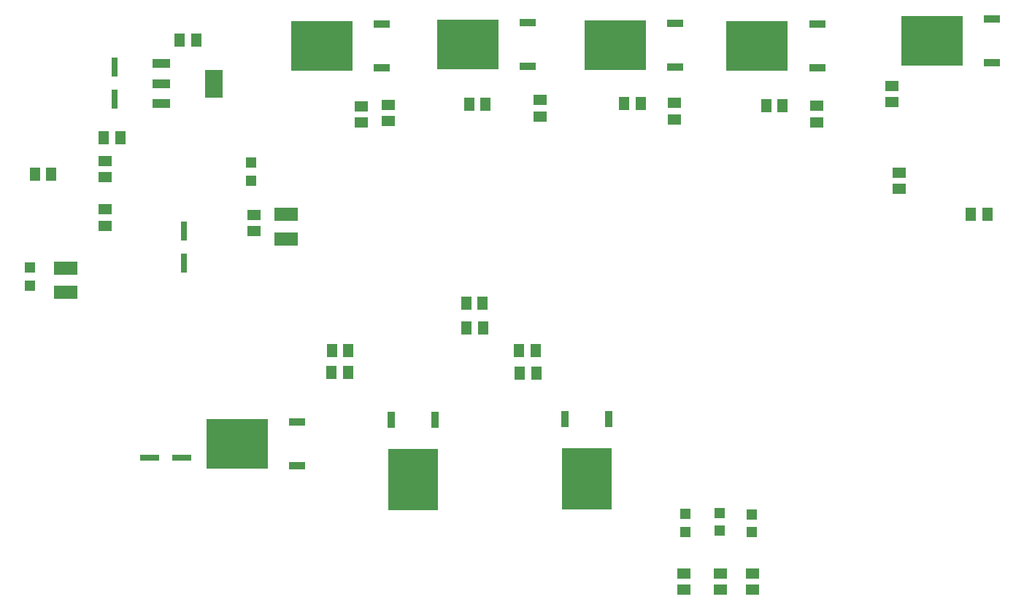
<source format=gbr>
G04 EAGLE Gerber X2 export*
%TF.Part,Single*%
%TF.FileFunction,Paste,Top*%
%TF.FilePolarity,Positive*%
%TF.GenerationSoftware,Autodesk,EAGLE,9.1.3*%
%TF.CreationDate,2019-02-26T23:33:37Z*%
G75*
%MOMM*%
%FSLAX34Y34*%
%LPD*%
%AMOC8*
5,1,8,0,0,1.08239X$1,22.5*%
G01*
%ADD10R,0.965000X1.858000*%
%ADD11R,5.873600X7.082900*%
%ADD12R,1.858000X0.965000*%
%ADD13R,7.082900X5.873600*%
%ADD14R,1.500000X1.300000*%
%ADD15R,2.200000X0.650000*%
%ADD16R,1.300000X1.500000*%
%ADD17R,0.650000X2.200000*%
%ADD18R,1.200000X1.200000*%
%ADD19R,2.700000X1.600000*%
%ADD20R,2.024500X1.034200*%
%ADD21R,2.024500X3.334200*%


D10*
X591940Y737555D03*
X541140Y737555D03*
D11*
X566540Y667730D03*
D10*
X792820Y738435D03*
X742020Y738435D03*
D11*
X767420Y668610D03*
D12*
X1237915Y1152520D03*
X1237915Y1203320D03*
D13*
X1168090Y1177920D03*
D14*
X381436Y975566D03*
X381436Y956566D03*
D15*
X260880Y693260D03*
X297880Y693260D03*
D12*
X529992Y1146320D03*
X529992Y1197120D03*
D13*
X460167Y1171720D03*
D12*
X699335Y1148120D03*
X699335Y1198920D03*
D13*
X629510Y1173520D03*
D12*
X870435Y1147120D03*
X870435Y1197920D03*
D13*
X800610Y1172520D03*
D16*
X690100Y791300D03*
X709100Y791300D03*
D14*
X208840Y981870D03*
X208840Y962870D03*
D16*
X708200Y817680D03*
X689200Y817680D03*
X628200Y844300D03*
X647200Y844300D03*
X472290Y817600D03*
X491290Y817600D03*
X811200Y1104500D03*
X830200Y1104500D03*
X976060Y1102330D03*
X995060Y1102330D03*
X647060Y872600D03*
X628060Y872600D03*
D14*
X1034350Y1083120D03*
X1034350Y1102120D03*
X869740Y1086260D03*
X869740Y1105260D03*
D16*
X490900Y792000D03*
X471900Y792000D03*
D14*
X537920Y1103078D03*
X537920Y1084078D03*
X713292Y1108872D03*
X713292Y1089872D03*
X1121910Y1125240D03*
X1121910Y1106240D03*
D12*
X1035175Y1146520D03*
X1035175Y1197320D03*
D13*
X965350Y1171920D03*
D12*
X431675Y683590D03*
X431675Y734390D03*
D13*
X361850Y708990D03*
D16*
X226680Y1064560D03*
X207680Y1064560D03*
D14*
X208630Y1038070D03*
X208630Y1019070D03*
D17*
X300170Y956340D03*
X300170Y919340D03*
D18*
X121400Y914300D03*
X121400Y893300D03*
D14*
X506600Y1082500D03*
X506600Y1101500D03*
D16*
X631100Y1104000D03*
X650100Y1104000D03*
D19*
X163600Y913600D03*
X163600Y885600D03*
D18*
X378600Y1015300D03*
X378600Y1036300D03*
D19*
X418816Y975648D03*
X418816Y947648D03*
D18*
X882000Y607100D03*
X882000Y628100D03*
D14*
X880600Y558900D03*
X880600Y539900D03*
X960400Y558900D03*
X960400Y539900D03*
X922600Y558700D03*
X922600Y539700D03*
D18*
X959000Y606500D03*
X959000Y627500D03*
X921600Y608300D03*
X921600Y629300D03*
D20*
X274532Y1151000D03*
X274532Y1128000D03*
X274532Y1105000D03*
D21*
X335068Y1128000D03*
D16*
X146500Y1023000D03*
X127500Y1023000D03*
D17*
X220000Y1147000D03*
X220000Y1110000D03*
D16*
X295500Y1178000D03*
X314500Y1178000D03*
X1232500Y976000D03*
X1213500Y976000D03*
D14*
X1130000Y1024500D03*
X1130000Y1005500D03*
M02*

</source>
